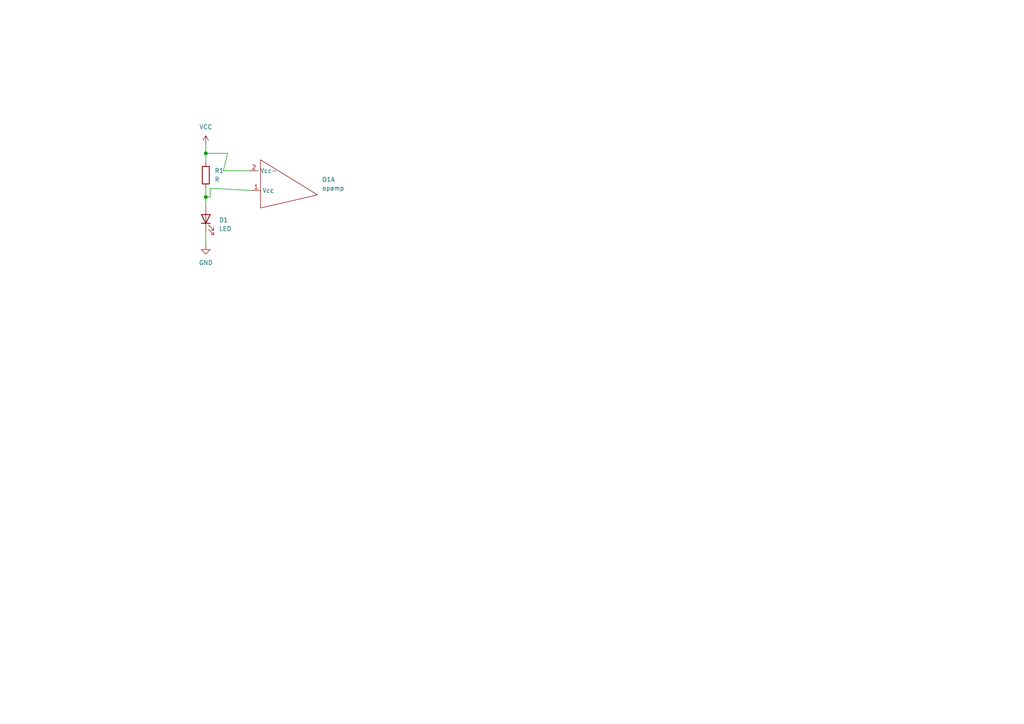
<source format=kicad_sch>
(kicad_sch (version 20211123) (generator eeschema)
  (paper "A4")
  (lib_symbols
    (symbol "Device:LED" (pin_numbers hide) (pin_names (offset 1.016) hide)
      (property "Reference" "D" (at 0 2.54 0))
      (property "Value" "LED" (at 0 -2.54 0))
      (symbol "LED_0_1"
        (polyline (pts (xy -1.27 -1.27) (xy -1.27 1.27)) (stroke (width 0.254)))
        (polyline (pts (xy -1.27 0) (xy 1.27 0)))
        (polyline (pts (xy 1.27 -1.27) (xy 1.27 1.27) (xy -1.27 0) (xy 1.27 -1.27)) (stroke (width 0.254)))
        (polyline (pts (xy -3.048 -0.762) (xy -4.572 -2.286) (xy -3.81 -2.286) (xy -4.572 -2.286) (xy -4.572 -1.524)))
        (polyline (pts (xy -1.778 -0.762) (xy -3.302 -2.286) (xy -2.54 -2.286) (xy -3.302 -2.286) (xy -3.302 -1.524)))
      )
      (symbol "LED_1_1"
        (pin passive line (at -3.81 0 0) (length 2.54) (name "K") (number "1"))
        (pin passive line (at 3.81 0 180) (length 2.54) (name "A") (number "2"))
      )
    )
    (symbol "Device:R" (pin_numbers hide) (pin_names (offset 0))
      (property "Reference" "R" (at 2.032 0 90))
      (property "Value" "R" (at 0 0 90))
      (symbol "R_0_1"
        (rectangle (start -1.016 -2.54) (end 1.016 2.54) (stroke (width 0.254)))
      )
      (symbol "R_1_1"
        (pin passive line (at 0 3.81 270) (length 1.27) (name "~") (number "1"))
        (pin passive line (at 0 -3.81 90) (length 1.27) (name "~") (number "2"))
      )
    )
    (symbol "frrary:opamp"
      (property "Reference" "O" (at 0 0 0))
      (property "Value" "opamp" (at 0 -2.54 0))
      (symbol "opamp_0_1"
        (polyline (pts (xy -5.08 6.35) (xy -5.08 -7.62) (xy 11.43 -3.81) (xy -5.08 6.35)))
      )
      (symbol "opamp_1_1"
        (pin input line (at -7.62 -2.54 0) (length 2.54) (name "Vcc") (number "1"))
        (pin input line (at -8.255 3.175 0) (length 2.54) (name "Vcc-") (number "2"))
      )
      (symbol "opamp_2_1"
        (pin input line (at 11.43 0 270) (length 2.54) (name "Vcc") (number "1-UB"))
        (pin input line (at -8.255 3.175 0) (length 2.54) (name "Vcc-") (number "2-UB"))
      )
    )
    (symbol "power:GND" (power) (pin_names (offset 0))
      (property "Value" "GND" (at 0 -3.81 0))
      (symbol "GND_0_1"
        (polyline (pts (xy 0 0) (xy 0 -1.27) (xy 1.27 -1.27) (xy 0 -2.54) (xy -1.27 -1.27) (xy 0 -1.27)))
      )
      (symbol "GND_1_1"
        (pin power_in line (at 0 0 270) (length 0) hide (name "GND") (number "1"))
      )
    )
    (symbol "power:VCC" (power) (pin_names (offset 0))
      (property "Value" "VCC" (at 0 3.81 0))
      (symbol "VCC_0_1"
        (polyline (pts (xy -0.762 1.27) (xy 0 2.54)))
        (polyline (pts (xy 0 0) (xy 0 2.54)))
        (polyline (pts (xy 0 2.54) (xy 0.762 1.27)))
      )
      (symbol "VCC_1_1"
        (pin power_in line (at 0 0 90) (length 0) hide (name "VCC") (number "1"))
      )
    )
  )
  (junction (at 59.69 44.45))
  (junction (at 59.69 57.15))
  (wire (pts (xy 59.69 54.61) (xy 59.69 57.15)))
  (wire (pts (xy 59.69 44.45) (xy 59.69 46.99)))
  (wire (pts (xy 59.69 67.31) (xy 59.69 71.12)))
  (wire (pts (xy 59.69 41.91) (xy 59.69 44.45)))
  (wire (pts (xy 64.77 49.53) (xy 72.39 49.53)))
  (wire (pts (xy 60.96 54.61) (xy 60.96 57.15)))
  (wire (pts (xy 64.77 49.53) (xy 66.04 44.45)))
  (wire (pts (xy 60.96 57.15) (xy 59.69 57.15)))
  (wire (pts (xy 66.04 44.45) (xy 59.69 44.45)))
  (wire (pts (xy 59.69 57.15) (xy 59.69 59.69)))
  (wire (pts (xy 73.025 55.245) (xy 60.96 54.61)))
  (symbol (lib_id "power:GND") (at 59.69 71.12 0) (unit 1)
    (property "Reference" "#PWR02" (effects hide))
    (property "Value" "GND" (at 59.69 76.2 0))
  )
  (symbol (lib_id "Device:LED") (at 59.69 63.5 90) (unit 1)
    (property "Reference" "D1" (at 63.5 63.8174 90) (effects (justify right)))
    (property "Value" "LED" (at 63.5 66.3574 90) (effects (justify right)))
    (property "Footprint" "LED_THT:LED_D3.0mm_FlatTop" (effects hide))
  )
  (symbol (lib_id "Device:R") (at 59.69 50.8 0) (unit 1)
    (property "Reference" "R1" (at 62.23 49.5299 0) (effects (justify left)))
    (property "Value" "R" (at 62.23 52.0699 0) (effects (justify left)))
    (property "Footprint" "Resistor_SMD:R_2010_5025Metric_Pad1.40x2.65mm_HandSolder" (effects hide))
  )
  (symbol (lib_id "frrary:opamp") (at 80.645 52.705 0) (unit 1)
    (property "Reference" "O1" (at 93.345 52.0699 0) (effects (justify left)))
    (property "Value" "opamp" (at 93.345 54.6099 0) (effects (justify left)))
    (property "Footprint" "Crystal:Crystal_DS26_D2.0mm_L6.0mm_Horizontal_1EP_style1" (effects hide))
  )
  (symbol (lib_id "power:VCC") (at 59.69 41.91 0) (unit 1)
    (property "Reference" "#PWR01" (effects hide))
    (property "Value" "VCC" (at 59.69 36.83 0))
  )
)
</source>
